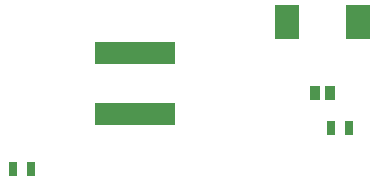
<source format=gbp>
%FSLAX46Y46*%
G04 Gerber Fmt 4.6, Leading zero omitted, Abs format (unit mm)*
G04 Created by KiCad (PCBNEW (2014-10-02 BZR 5162)-product) date 2014/10/23 21:02:27*
%MOMM*%
G01*
G04 APERTURE LIST*
%ADD10C,0.150000*%
%ADD11R,0.965200X1.270000*%
%ADD12R,0.635000X1.143000*%
%ADD13R,1.998980X2.999740*%
%ADD14R,6.799580X1.849120*%
G04 APERTURE END LIST*
D10*
D11*
X35635000Y16590000D03*
X36905000Y16590000D03*
D12*
X10033000Y10160000D03*
X11557000Y10160000D03*
X38532000Y13590000D03*
X37008000Y13590000D03*
D13*
X33270260Y22590000D03*
X39269740Y22590000D03*
D14*
X20370000Y14814440D03*
X20370000Y19965560D03*
M02*

</source>
